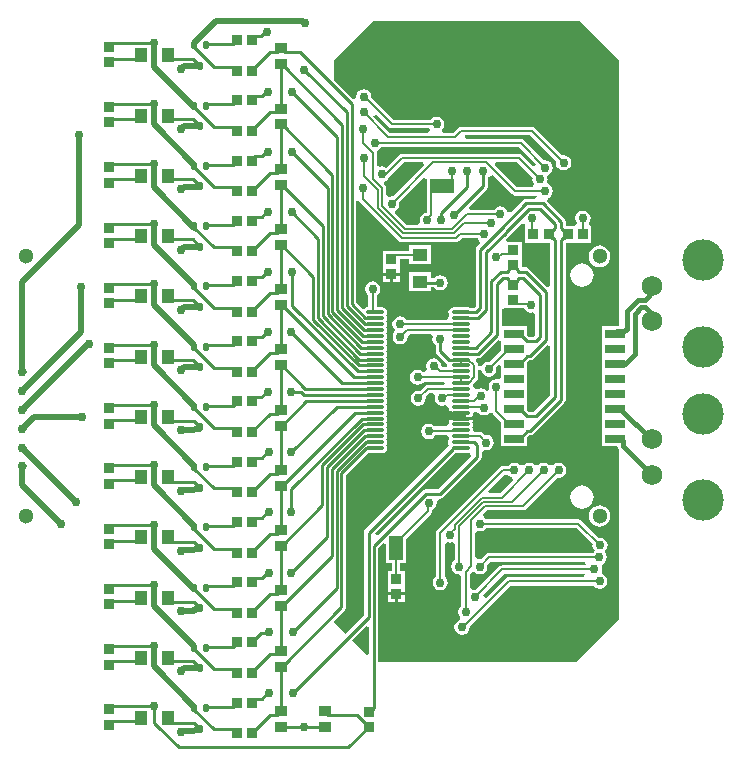
<source format=gbr>
%TF.GenerationSoftware,Altium Limited,Altium Designer,19.1.8 (144)*%
G04 Layer_Physical_Order=1*
G04 Layer_Color=255*
%FSLAX26Y26*%
%MOIN*%
%TF.FileFunction,Copper,L1,Top,Signal*%
%TF.Part,Single*%
G01*
G75*
%TA.AperFunction,SMDPad,CuDef*%
G04:AMPARAMS|DCode=10|XSize=19.685mil|YSize=29.528mil|CornerRadius=4.921mil|HoleSize=0mil|Usage=FLASHONLY|Rotation=0.000|XOffset=0mil|YOffset=0mil|HoleType=Round|Shape=RoundedRectangle|*
%AMROUNDEDRECTD10*
21,1,0.019685,0.019685,0,0,0.0*
21,1,0.009843,0.029528,0,0,0.0*
1,1,0.009842,0.004921,-0.009843*
1,1,0.009842,-0.004921,-0.009843*
1,1,0.009842,-0.004921,0.009843*
1,1,0.009842,0.004921,0.009843*
%
%ADD10ROUNDEDRECTD10*%
%ADD11R,0.033465X0.037402*%
%ADD12R,0.037402X0.033465*%
%ADD13R,0.065748X0.029921*%
%ADD14R,0.080709X0.045276*%
%ADD15R,0.051181X0.043307*%
%ADD16O,0.062992X0.013386*%
%ADD17R,0.045276X0.080709*%
%ADD18R,0.039370X0.035433*%
%ADD19R,0.043307X0.051181*%
%TA.AperFunction,Conductor*%
%ADD20C,0.008000*%
%ADD21C,0.010000*%
%ADD22C,0.020000*%
%ADD23C,0.015000*%
%TA.AperFunction,ComponentPad*%
%ADD24C,0.051181*%
%ADD25C,0.137795*%
%ADD26C,0.068898*%
%TA.AperFunction,ViaPad*%
%ADD27C,0.027559*%
%ADD28C,0.030000*%
G36*
X1408213Y2142467D02*
X1408213Y2142466D01*
X1412844Y2139372D01*
X1418306Y2138286D01*
X1418307Y2138286D01*
X1540273D01*
X1542941Y2134590D01*
X1537826Y2124590D01*
X1410931D01*
X1355047Y2180474D01*
X1355216Y2181320D01*
X1366073Y2184606D01*
X1408213Y2142467D01*
D02*
G37*
G36*
X1898258Y2018563D02*
X1898060Y2016380D01*
X1887678Y2012620D01*
X1850158Y2050141D01*
X1850158Y2050142D01*
X1845526Y2053236D01*
X1840064Y2054322D01*
X1840064Y2054322D01*
X1451464D01*
X1451464Y2054322D01*
X1446001Y2053236D01*
X1441370Y2050142D01*
X1441370Y2050141D01*
X1398829Y2007599D01*
X1395581Y2009770D01*
X1385826Y2011710D01*
X1377620Y2010078D01*
X1372676Y2012333D01*
X1367620Y2016149D01*
Y2056102D01*
X1370975Y2066017D01*
X1379244Y2071542D01*
X1381749Y2075292D01*
X1841529D01*
X1898258Y2018563D01*
D02*
G37*
G36*
X2173228Y2368110D02*
Y1479831D01*
X2168484D01*
X2166764Y1479489D01*
X2118150D01*
Y1429568D01*
X2118150D01*
Y1429488D01*
X2118150D01*
Y1379568D01*
X2118150D01*
Y1379488D01*
X2118150D01*
Y1329568D01*
X2118150D01*
Y1329488D01*
X2118150D01*
Y1279568D01*
X2118150D01*
Y1279488D01*
X2118150D01*
Y1229568D01*
X2118150D01*
Y1229488D01*
X2118150D01*
Y1179568D01*
X2118150D01*
Y1179488D01*
X2118150D01*
Y1129568D01*
X2118150D01*
Y1129488D01*
X2118150D01*
Y1079567D01*
X2168904D01*
X2169913Y1074492D01*
X2173228Y1069531D01*
Y502953D01*
X2031496Y361221D01*
X1371514D01*
Y739753D01*
X1389225Y757465D01*
X1398464Y753638D01*
Y689804D01*
X1416828D01*
Y664528D01*
X1403385D01*
Y611064D01*
Y591614D01*
X1432086D01*
X1460787D01*
Y611064D01*
Y664528D01*
X1445376D01*
Y689804D01*
X1463740D01*
Y770325D01*
X1548207Y854792D01*
X1548207Y854793D01*
X1551302Y859423D01*
X1552388Y864886D01*
Y866423D01*
X1560346Y871740D01*
X1565871Y880010D01*
X1567812Y889764D01*
X1566876Y894470D01*
X1573674Y904470D01*
X1577244D01*
X1583097Y905634D01*
X1588058Y908949D01*
X1712042Y1032931D01*
X1715358Y1037893D01*
X1716522Y1043746D01*
Y1060889D01*
X1726522Y1067192D01*
X1732284Y1066046D01*
X1742039Y1067986D01*
X1750308Y1073512D01*
X1755833Y1081782D01*
X1757774Y1091536D01*
X1755833Y1101291D01*
X1750308Y1109560D01*
X1742039Y1115085D01*
X1732284Y1117026D01*
X1727860Y1116146D01*
X1721708Y1122297D01*
X1721707Y1122297D01*
X1721707Y1122298D01*
X1717076Y1125392D01*
X1717076Y1125392D01*
X1717076Y1125392D01*
X1711613Y1126478D01*
X1711613Y1126478D01*
X1693902D01*
X1689461Y1131890D01*
X1688165Y1138403D01*
X1685941Y1141732D01*
X1688165Y1145061D01*
X1689461Y1151574D01*
X1688165Y1158087D01*
X1685940Y1161417D01*
X1688165Y1164747D01*
X1688466Y1166260D01*
X1680512D01*
X1678955Y1167300D01*
X1672441Y1168596D01*
X1647638D01*
X1622835D01*
X1616321Y1167300D01*
X1614764Y1166260D01*
X1606810D01*
X1607111Y1164747D01*
X1609335Y1161417D01*
X1607111Y1158087D01*
X1605815Y1151574D01*
X1596915Y1145058D01*
X1559294D01*
X1558378Y1146430D01*
X1550109Y1151956D01*
X1540354Y1153896D01*
X1530600Y1151956D01*
X1522330Y1146430D01*
X1516804Y1138160D01*
X1514864Y1128406D01*
X1516804Y1118651D01*
X1522330Y1110382D01*
X1530600Y1104857D01*
X1540354Y1102916D01*
X1550109Y1104857D01*
X1558378Y1110382D01*
X1562472Y1116510D01*
X1602281D01*
X1605815Y1112204D01*
X1607111Y1105691D01*
X1608974Y1102901D01*
X1605948Y1098373D01*
X1604784Y1092520D01*
X1605948Y1086667D01*
X1608975Y1082138D01*
X1607111Y1079347D01*
X1607097Y1079277D01*
X1329406Y801586D01*
X1326090Y796625D01*
X1324926Y790772D01*
Y515847D01*
X1262315Y453236D01*
X1223425Y492126D01*
Y496620D01*
X1260168Y533364D01*
X1263484Y538325D01*
X1264648Y544178D01*
Y983177D01*
X1337287Y1055814D01*
X1385039D01*
X1391552Y1057110D01*
X1397074Y1060799D01*
X1400763Y1066321D01*
X1402059Y1072834D01*
X1400763Y1079347D01*
X1398539Y1082677D01*
X1400763Y1086007D01*
X1402059Y1092520D01*
X1400763Y1099033D01*
X1398539Y1102362D01*
X1400763Y1105691D01*
X1402059Y1112204D01*
X1400763Y1118717D01*
X1398539Y1122047D01*
X1400763Y1125377D01*
X1402059Y1131890D01*
X1400763Y1138403D01*
X1398539Y1141732D01*
X1400763Y1145061D01*
X1402059Y1151574D01*
X1400763Y1158087D01*
X1398539Y1161417D01*
X1400763Y1164747D01*
X1402059Y1171260D01*
X1400763Y1177773D01*
X1398539Y1181102D01*
X1400763Y1184431D01*
X1402059Y1190944D01*
X1400763Y1197457D01*
X1398539Y1200787D01*
X1400763Y1204117D01*
X1402059Y1210630D01*
X1400763Y1217143D01*
X1398539Y1220473D01*
X1400763Y1223803D01*
X1402059Y1230316D01*
X1400763Y1236829D01*
X1398539Y1240158D01*
X1400763Y1243487D01*
X1402059Y1250000D01*
X1400763Y1256513D01*
X1398539Y1259843D01*
X1400763Y1263173D01*
X1402059Y1269686D01*
X1400763Y1276199D01*
X1398539Y1279528D01*
X1400763Y1282857D01*
X1402059Y1289370D01*
X1400763Y1295883D01*
X1398539Y1299213D01*
X1400763Y1302543D01*
X1402059Y1309056D01*
X1400763Y1315569D01*
X1398539Y1318898D01*
X1400763Y1322227D01*
X1402059Y1328740D01*
X1400763Y1335253D01*
X1398539Y1338583D01*
X1400763Y1341913D01*
X1402059Y1348426D01*
X1400763Y1354939D01*
X1398539Y1358268D01*
X1400763Y1361597D01*
X1402059Y1368110D01*
X1400763Y1374623D01*
X1398539Y1377953D01*
X1400763Y1381283D01*
X1402059Y1387796D01*
X1400763Y1394309D01*
X1398539Y1397638D01*
X1400763Y1400967D01*
X1402059Y1407480D01*
X1400763Y1413993D01*
X1398539Y1417323D01*
X1400763Y1420653D01*
X1402059Y1427166D01*
X1400763Y1433679D01*
X1398539Y1437008D01*
X1400763Y1440337D01*
X1402059Y1446850D01*
X1400763Y1453363D01*
X1398539Y1456693D01*
X1400763Y1460023D01*
X1402059Y1466536D01*
X1400763Y1473049D01*
X1398539Y1476378D01*
X1400763Y1479707D01*
X1402059Y1486220D01*
X1400763Y1492733D01*
X1398539Y1496063D01*
X1400763Y1499393D01*
X1402059Y1505906D01*
X1400763Y1512419D01*
X1398539Y1515748D01*
X1400763Y1519077D01*
X1402059Y1525590D01*
X1400763Y1532103D01*
X1397074Y1537625D01*
X1391552Y1541314D01*
X1385039Y1542610D01*
X1367620D01*
Y1582816D01*
X1371370Y1585322D01*
X1376896Y1593591D01*
X1378836Y1603346D01*
X1376896Y1613101D01*
X1371370Y1621370D01*
X1363101Y1626896D01*
X1353346Y1628836D01*
X1343591Y1626896D01*
X1335322Y1621370D01*
X1329796Y1613101D01*
X1327856Y1603346D01*
X1329796Y1593591D01*
X1335322Y1585322D01*
X1339072Y1582816D01*
Y1542610D01*
X1335433D01*
X1328920Y1541314D01*
X1323398Y1537625D01*
X1320235Y1537313D01*
X1298760Y1558789D01*
Y1894897D01*
X1301501Y1895906D01*
X1308760Y1896561D01*
X1310773Y1893549D01*
X1439722Y1764599D01*
X1439723Y1764599D01*
X1444353Y1761504D01*
X1449816Y1760418D01*
X1631220D01*
X1631220Y1760418D01*
X1631221Y1760418D01*
X1634704Y1761111D01*
X1636682Y1761504D01*
X1636683Y1761505D01*
X1636684Y1761505D01*
X1639008Y1763058D01*
X1641313Y1764599D01*
X1641314Y1764599D01*
X1641314Y1764599D01*
X1649841Y1773128D01*
X1702897D01*
X1705402Y1769378D01*
X1709391Y1766712D01*
X1711655Y1754834D01*
X1701886Y1745064D01*
X1698570Y1740103D01*
X1697406Y1734250D01*
Y1547271D01*
X1691335Y1541200D01*
X1679126D01*
X1678954Y1541314D01*
X1672441Y1542610D01*
X1622835D01*
X1616322Y1541314D01*
X1610800Y1537625D01*
X1607111Y1532103D01*
X1605815Y1525590D01*
X1607111Y1519077D01*
X1609335Y1515748D01*
X1607111Y1512419D01*
X1605815Y1505906D01*
X1601374Y1500494D01*
X1465411D01*
X1462906Y1504244D01*
X1454637Y1509770D01*
X1444882Y1511710D01*
X1435128Y1509770D01*
X1426858Y1504244D01*
X1421332Y1495975D01*
X1419392Y1486220D01*
X1421332Y1476466D01*
X1426858Y1468196D01*
X1425599Y1458565D01*
X1422316Y1453652D01*
X1420376Y1443898D01*
X1422316Y1434143D01*
X1427842Y1425874D01*
X1436111Y1420349D01*
X1445866Y1418408D01*
X1455620Y1420349D01*
X1463890Y1425874D01*
X1469416Y1434143D01*
X1471356Y1443898D01*
X1478954Y1452262D01*
X1546795D01*
X1553372Y1442262D01*
X1552342Y1437084D01*
X1554283Y1427330D01*
X1559808Y1419060D01*
X1563338Y1416701D01*
Y1396750D01*
X1564502Y1390898D01*
X1564502Y1390898D01*
X1564502Y1390897D01*
X1565834Y1388904D01*
X1567817Y1385936D01*
X1597439Y1356312D01*
X1597439Y1356312D01*
X1597440Y1356312D01*
X1599907Y1354663D01*
X1602401Y1352996D01*
X1602401Y1352996D01*
X1601333Y1343078D01*
X1591651Y1343172D01*
X1582576Y1346456D01*
X1580636Y1356210D01*
X1575110Y1364480D01*
X1566841Y1370005D01*
X1557086Y1371946D01*
X1547332Y1370005D01*
X1539062Y1364480D01*
X1533536Y1356210D01*
X1531596Y1346456D01*
X1533536Y1336701D01*
X1534103Y1335854D01*
X1529245Y1326591D01*
X1521458Y1326358D01*
X1520976Y1327080D01*
X1512707Y1332605D01*
X1502952Y1334546D01*
X1493197Y1332605D01*
X1484928Y1327080D01*
X1479402Y1318811D01*
X1477462Y1309056D01*
X1479402Y1299302D01*
X1484928Y1291032D01*
X1493197Y1285506D01*
X1502952Y1283566D01*
X1512707Y1285506D01*
X1520976Y1291032D01*
X1523482Y1294782D01*
X1592228D01*
X1595358Y1289367D01*
X1592235Y1283960D01*
X1536821D01*
X1536820Y1283960D01*
X1531358Y1282874D01*
X1526726Y1279780D01*
X1510329Y1263382D01*
X1505906Y1264262D01*
X1496151Y1262322D01*
X1487882Y1256796D01*
X1482357Y1248526D01*
X1480416Y1238772D01*
X1482357Y1229017D01*
X1487882Y1220748D01*
X1496151Y1215223D01*
X1505906Y1213282D01*
X1515660Y1215223D01*
X1523930Y1220748D01*
X1529456Y1229017D01*
X1531396Y1238772D01*
X1530516Y1243195D01*
X1542733Y1255412D01*
X1555168D01*
X1561059Y1245412D01*
X1559738Y1238772D01*
X1561678Y1229017D01*
X1567204Y1220748D01*
X1575474Y1215223D01*
X1585228Y1213282D01*
X1594983Y1215223D01*
X1596770Y1216417D01*
X1605815Y1210630D01*
X1607111Y1204117D01*
X1609335Y1200787D01*
X1607111Y1197457D01*
X1606810Y1195944D01*
X1614764D01*
X1616321Y1194904D01*
X1622835Y1193608D01*
X1647638D01*
Y1185944D01*
X1606810D01*
X1607111Y1184431D01*
X1609335Y1181102D01*
X1607111Y1177773D01*
X1606810Y1176260D01*
X1647638D01*
X1688466D01*
X1688165Y1177773D01*
X1685941Y1181102D01*
X1688165Y1184431D01*
X1689461Y1190944D01*
X1692390Y1194513D01*
X1702341Y1194235D01*
X1705402Y1189654D01*
X1713671Y1184129D01*
X1723426Y1182188D01*
X1733180Y1184129D01*
X1741450Y1189654D01*
X1742300Y1190926D01*
X1747554Y1190760D01*
X1753335Y1189442D01*
X1755655Y1185970D01*
X1782322Y1159303D01*
Y1129568D01*
X1782322Y1129568D01*
Y1129488D01*
X1782322D01*
X1782322Y1119567D01*
Y1079567D01*
X1868070D01*
Y1107859D01*
X1875271Y1115060D01*
X1877190D01*
X1883043Y1116224D01*
X1888004Y1119540D01*
X1992271Y1223808D01*
X1995586Y1228769D01*
X1996750Y1234622D01*
Y1756733D01*
X2080866D01*
Y1814135D01*
X2079175D01*
X2074548Y1824135D01*
X2077684Y1828828D01*
X2079624Y1838582D01*
X2077684Y1848336D01*
X2072158Y1856606D01*
X2063889Y1862131D01*
X2054134Y1864072D01*
X2044380Y1862131D01*
X2036110Y1856606D01*
X2030584Y1848336D01*
X2028644Y1838582D01*
X2030584Y1828828D01*
X2033720Y1824135D01*
X2029093Y1814135D01*
X1996750D01*
Y1827418D01*
X1995586Y1833271D01*
X1992270Y1838232D01*
X1935741Y1894762D01*
X1938889Y1905584D01*
X1947158Y1911110D01*
X1952684Y1919380D01*
X1954624Y1929134D01*
X1952684Y1938889D01*
X1947158Y1947158D01*
X1938889Y1952684D01*
X1935977Y1963459D01*
X1937000Y1968600D01*
X1936014Y1973557D01*
X1938889Y1984324D01*
X1947158Y1989850D01*
X1952684Y1998120D01*
X1954624Y2007874D01*
X1952684Y2017629D01*
X1947158Y2025898D01*
X1938889Y2031424D01*
X1929134Y2033364D01*
X1924711Y2032484D01*
X1857535Y2099660D01*
X1852905Y2102754D01*
X1847442Y2103840D01*
X1847441Y2103840D01*
X1666150D01*
X1660804Y2113840D01*
X1662012Y2115648D01*
X1878503D01*
X1965118Y2029033D01*
X1964238Y2024610D01*
X1966178Y2014856D01*
X1971704Y2006586D01*
X1979973Y2001061D01*
X1989728Y1999120D01*
X1999482Y2001061D01*
X2007752Y2006586D01*
X2013277Y2014856D01*
X2015218Y2024610D01*
X2013277Y2034365D01*
X2007752Y2042634D01*
X1999482Y2048160D01*
X1989728Y2050100D01*
X1985305Y2049220D01*
X1894509Y2140015D01*
X1889879Y2143110D01*
X1884416Y2144196D01*
X1884416Y2144196D01*
X1648909D01*
X1648908Y2144196D01*
X1643446Y2143110D01*
X1638814Y2140015D01*
X1638814Y2140015D01*
X1623389Y2124590D01*
X1588343D01*
X1585228Y2134536D01*
X1590754Y2142805D01*
X1592694Y2152560D01*
X1590754Y2162314D01*
X1585228Y2170584D01*
X1576958Y2176110D01*
X1567204Y2178050D01*
X1557449Y2176110D01*
X1549180Y2170584D01*
X1546675Y2166834D01*
X1424219D01*
X1348452Y2242601D01*
X1348816Y2244428D01*
X1346876Y2254182D01*
X1341350Y2262452D01*
X1333081Y2267977D01*
X1323326Y2269918D01*
X1313572Y2267977D01*
X1305302Y2262452D01*
X1299776Y2254182D01*
X1297836Y2244428D01*
X1298690Y2240137D01*
X1289474Y2235211D01*
X1223425Y2301260D01*
Y2368110D01*
X1353346Y2498031D01*
X2043307Y2498032D01*
X2173228Y2368110D01*
D02*
G37*
G36*
X1886900Y1973023D02*
X1886020Y1968600D01*
X1887960Y1958845D01*
X1891593Y1953408D01*
X1887934Y1944281D01*
X1887164Y1943408D01*
X1835311D01*
X1762184Y2016535D01*
X1766011Y2025774D01*
X1834151D01*
X1886900Y1973023D01*
D02*
G37*
G36*
X1525874Y2016535D02*
X1421745Y1912406D01*
X1417322Y1913286D01*
X1407890Y1911410D01*
X1407539Y1911362D01*
X1397890Y1916906D01*
Y1939006D01*
X1396804Y1944469D01*
X1393709Y1949100D01*
X1393709Y1949100D01*
X1391205Y1951604D01*
X1394496Y1962455D01*
X1395581Y1962670D01*
X1403850Y1968196D01*
X1409376Y1976466D01*
X1409700Y1978095D01*
X1457377Y2025774D01*
X1522047D01*
X1525874Y2016535D01*
D02*
G37*
G36*
X1819304Y1919041D02*
X1819304Y1919041D01*
X1823936Y1915946D01*
X1829398Y1914860D01*
X1829399Y1914860D01*
X1898897D01*
X1899568Y1913876D01*
X1894285Y1903876D01*
X1865116D01*
X1859263Y1902712D01*
X1854302Y1899396D01*
X1813169Y1858264D01*
X1802318Y1861555D01*
X1802093Y1862685D01*
X1796568Y1870954D01*
X1788299Y1876479D01*
X1778544Y1878420D01*
X1768790Y1876479D01*
X1760520Y1870954D01*
X1758014Y1867204D01*
X1677491D01*
X1673348Y1877204D01*
X1733255Y1937112D01*
X1736570Y1942073D01*
X1737734Y1947926D01*
Y1975230D01*
X1740464Y1977054D01*
X1743142Y1981061D01*
X1755013Y1983332D01*
X1819304Y1919041D01*
D02*
G37*
G36*
X1534292Y1970437D02*
Y1928606D01*
X1534018Y1927228D01*
X1534018Y1927227D01*
Y1856900D01*
X1525679Y1855242D01*
X1517410Y1849716D01*
X1511884Y1841447D01*
X1509944Y1831692D01*
X1510884Y1826966D01*
X1504095Y1816966D01*
X1467327D01*
X1429070Y1855223D01*
X1431340Y1867095D01*
X1435346Y1869772D01*
X1440871Y1878042D01*
X1442812Y1887796D01*
X1441932Y1892219D01*
X1524292Y1974579D01*
X1534292Y1970437D01*
D02*
G37*
G36*
X1859794Y1819205D02*
X1862307Y1814907D01*
X1862048Y1814135D01*
X1862048D01*
Y1756733D01*
X1946162D01*
Y1613543D01*
X1936162Y1609401D01*
X1874650Y1670912D01*
X1869689Y1674228D01*
X1863836Y1675392D01*
X1850551D01*
Y1706536D01*
Y1760000D01*
X1802505D01*
X1798363Y1770000D01*
X1807562Y1779200D01*
X1810878Y1784161D01*
X1810945Y1784498D01*
X1847267Y1820820D01*
X1859794Y1819205D01*
D02*
G37*
G36*
X1834581Y1539922D02*
X1834582Y1539922D01*
X1834582Y1539922D01*
X1857847D01*
X1862974Y1532248D01*
X1871244Y1526723D01*
X1880998Y1524782D01*
X1885704Y1525718D01*
X1895704Y1518920D01*
Y1448647D01*
X1890917Y1443860D01*
X1875405D01*
X1868070Y1451196D01*
Y1479489D01*
X1783994D01*
Y1538158D01*
X1793149Y1540198D01*
Y1540198D01*
X1833194D01*
X1834581Y1539922D01*
D02*
G37*
G36*
X1779562Y1430334D02*
X1782322Y1428203D01*
Y1399753D01*
X1743924Y1361355D01*
X1740158Y1362104D01*
X1730403Y1360164D01*
X1722134Y1354638D01*
X1717780Y1348122D01*
X1710658Y1346906D01*
X1706592Y1347273D01*
X1705408Y1349220D01*
X1704322Y1354682D01*
X1701227Y1359313D01*
X1698039Y1362502D01*
X1702181Y1372502D01*
X1706144D01*
X1711997Y1373666D01*
X1716958Y1376982D01*
X1772322Y1432345D01*
X1779562Y1430334D01*
D02*
G37*
G36*
X1782322Y1346313D02*
Y1329568D01*
X1782322D01*
Y1329488D01*
X1782322D01*
Y1307664D01*
X1772322Y1301742D01*
X1765748Y1303050D01*
X1755994Y1301110D01*
X1747724Y1295584D01*
X1742198Y1287314D01*
X1740258Y1277560D01*
X1742198Y1267806D01*
X1733861Y1262363D01*
X1731630Y1265702D01*
X1723361Y1271227D01*
X1713606Y1273168D01*
X1703851Y1271227D01*
X1699604Y1268389D01*
X1690533Y1271783D01*
X1687416Y1281735D01*
X1688165Y1282857D01*
X1688724Y1285662D01*
X1701227Y1298166D01*
X1701227Y1298167D01*
X1704322Y1302797D01*
X1705408Y1308260D01*
X1705408Y1308261D01*
Y1331908D01*
X1715408Y1332893D01*
X1716609Y1326860D01*
X1722134Y1318590D01*
X1730403Y1313064D01*
X1740158Y1311124D01*
X1749912Y1313064D01*
X1758182Y1318590D01*
X1763707Y1326860D01*
X1765648Y1336614D01*
X1764637Y1341694D01*
X1773083Y1350140D01*
X1782322Y1346313D01*
D02*
G37*
G36*
X1946162Y1413421D02*
Y1249241D01*
X1890887Y1193964D01*
X1875301D01*
X1868070Y1201196D01*
Y1229488D01*
X1868070D01*
Y1229568D01*
X1868070D01*
Y1269567D01*
X1868070Y1279488D01*
X1868070D01*
Y1279568D01*
X1868070D01*
Y1329488D01*
X1868070D01*
Y1329568D01*
X1868070D01*
Y1357859D01*
X1875405Y1365194D01*
X1877458D01*
X1883311Y1366358D01*
X1888272Y1369674D01*
X1936162Y1417563D01*
X1946162Y1413421D01*
D02*
G37*
G36*
X1677376Y1055666D02*
X1679768Y1043915D01*
X1570909Y935058D01*
X1529896D01*
X1524043Y933894D01*
X1519082Y930578D01*
X1371423Y782920D01*
X1360609Y786248D01*
X1360084Y789007D01*
X1626891Y1055814D01*
X1672441D01*
X1675934Y1056509D01*
X1677376Y1055666D01*
D02*
G37*
G36*
X1340926Y475524D02*
Y387691D01*
X1331687Y383864D01*
X1283944Y431607D01*
X1331687Y479350D01*
X1340926Y475524D01*
D02*
G37*
%LPC*%
G36*
X1546417Y1749174D02*
X1475236D01*
Y1730746D01*
X1428086D01*
X1428086Y1730746D01*
X1426708Y1730472D01*
X1386653D01*
Y1677008D01*
Y1657560D01*
X1415354D01*
X1444055D01*
Y1677008D01*
Y1702198D01*
X1475236D01*
Y1685867D01*
X1546417D01*
Y1749174D01*
D02*
G37*
G36*
X2110236Y1748496D02*
X2100945Y1747272D01*
X2092287Y1743686D01*
X2084853Y1737981D01*
X2079148Y1730547D01*
X2075562Y1721889D01*
X2074338Y1712598D01*
X2075562Y1703307D01*
X2079148Y1694649D01*
X2084853Y1687215D01*
X2092287Y1681510D01*
X2100945Y1677924D01*
X2110236Y1676700D01*
X2119527Y1677924D01*
X2128185Y1681510D01*
X2135619Y1687215D01*
X2141324Y1694649D01*
X2144910Y1703307D01*
X2146134Y1712598D01*
X2144910Y1721889D01*
X2141324Y1730547D01*
X2135619Y1737981D01*
X2128185Y1743686D01*
X2119527Y1747272D01*
X2110236Y1748496D01*
D02*
G37*
G36*
X1444055Y1647560D02*
X1420354D01*
Y1625828D01*
X1444055D01*
Y1647560D01*
D02*
G37*
G36*
X1410354D02*
X1386653D01*
Y1625828D01*
X1410354D01*
Y1647560D01*
D02*
G37*
G36*
X2051182Y1688482D02*
X2041120Y1687157D01*
X2031744Y1683274D01*
X2023693Y1677095D01*
X2017514Y1669044D01*
X2013631Y1659668D01*
X2012306Y1649606D01*
X2013631Y1639544D01*
X2017514Y1630168D01*
X2023693Y1622117D01*
X2031744Y1615938D01*
X2041120Y1612055D01*
X2051182Y1610730D01*
X2061244Y1612055D01*
X2070620Y1615938D01*
X2078671Y1622117D01*
X2084849Y1630168D01*
X2088733Y1639544D01*
X2090058Y1649606D01*
X2088733Y1659668D01*
X2084849Y1669044D01*
X2078671Y1677095D01*
X2070620Y1683274D01*
X2061244Y1687157D01*
X2051182Y1688482D01*
D02*
G37*
G36*
X1546417Y1658621D02*
X1475236D01*
Y1595314D01*
X1546417D01*
Y1608722D01*
X1558892D01*
X1560716Y1605992D01*
X1568986Y1600466D01*
X1578740Y1598526D01*
X1588495Y1600466D01*
X1596764Y1605992D01*
X1602290Y1614262D01*
X1604230Y1624016D01*
X1602290Y1633771D01*
X1596764Y1642040D01*
X1588495Y1647565D01*
X1578740Y1649506D01*
X1568986Y1647565D01*
X1560716Y1642040D01*
X1558892Y1639310D01*
X1546417D01*
Y1658621D01*
D02*
G37*
G36*
X1973426Y1024506D02*
X1963671Y1022566D01*
X1955402Y1017040D01*
X1954832Y1016188D01*
X1942805D01*
X1942236Y1017040D01*
X1933966Y1022566D01*
X1924212Y1024506D01*
X1914457Y1022566D01*
X1906188Y1017040D01*
X1905620Y1016189D01*
X1893592D01*
X1893024Y1017040D01*
X1884755Y1022566D01*
X1875000Y1024506D01*
X1865245Y1022566D01*
X1856976Y1017040D01*
X1856408Y1016189D01*
X1844380D01*
X1843812Y1017040D01*
X1835543Y1022566D01*
X1825788Y1024506D01*
X1816034Y1022566D01*
X1807764Y1017040D01*
X1805258Y1013290D01*
X1786745D01*
X1786744Y1013290D01*
X1781282Y1012204D01*
X1776650Y1009110D01*
X1776650Y1009109D01*
X1568647Y801106D01*
X1565552Y796475D01*
X1564466Y791012D01*
X1564466Y791011D01*
Y645293D01*
X1560716Y642788D01*
X1555190Y634519D01*
X1553250Y624764D01*
X1555190Y615010D01*
X1560716Y606740D01*
X1568986Y601215D01*
X1578740Y599274D01*
X1588495Y601215D01*
X1596764Y606740D01*
X1602290Y615010D01*
X1604230Y624764D01*
X1602290Y634519D01*
X1596764Y642788D01*
X1593014Y645293D01*
Y754192D01*
X1602287Y759816D01*
X1603014Y759802D01*
X1612204Y757974D01*
X1616930Y758914D01*
X1626930Y752125D01*
Y699642D01*
X1621740Y696174D01*
X1616215Y687904D01*
X1614274Y678150D01*
X1616215Y668395D01*
X1621740Y660126D01*
X1630009Y654601D01*
X1639764Y652660D01*
X1641381Y652982D01*
X1649112Y646638D01*
Y547104D01*
X1645362Y544598D01*
X1639836Y536328D01*
X1637896Y526574D01*
X1639836Y516819D01*
X1644599Y509692D01*
X1643595Y503758D01*
X1641819Y498943D01*
X1633550Y493418D01*
X1628024Y485149D01*
X1626084Y475394D01*
X1628024Y465639D01*
X1633550Y457370D01*
X1641820Y451844D01*
X1651574Y449904D01*
X1661329Y451844D01*
X1669598Y457370D01*
X1675123Y465639D01*
X1677064Y475394D01*
X1676456Y478447D01*
X1812703Y614694D01*
X2089811D01*
X2092316Y610944D01*
X2100586Y605418D01*
X2110340Y603478D01*
X2120095Y605418D01*
X2128364Y610944D01*
X2133890Y619213D01*
X2135830Y628968D01*
X2133890Y638722D01*
X2128364Y646992D01*
X2122894Y650647D01*
X2119505Y654649D01*
X2117111Y663307D01*
X2118112Y668340D01*
X2116811Y674878D01*
X2118104Y681246D01*
X2121927Y687480D01*
X2127238Y691028D01*
X2132764Y699298D01*
X2134704Y709052D01*
X2132764Y718807D01*
X2127238Y727076D01*
X2132427Y735636D01*
X2134874Y739298D01*
X2136814Y749052D01*
X2134874Y758807D01*
X2129348Y767076D01*
X2121079Y772601D01*
X2111324Y774542D01*
X2106901Y773662D01*
X2049604Y830960D01*
X2044973Y834054D01*
X2039510Y835140D01*
X2039509Y835140D01*
X1731159D01*
X1728654Y838890D01*
X1724648Y841567D01*
X1722378Y853439D01*
X1734429Y865490D01*
X1854174D01*
X1854174Y865490D01*
X1859637Y866576D01*
X1864267Y869670D01*
X1969003Y974406D01*
X1973426Y973526D01*
X1983180Y975466D01*
X1991450Y980992D01*
X1996976Y989261D01*
X1998916Y999016D01*
X1996976Y1008770D01*
X1991450Y1017040D01*
X1983180Y1022566D01*
X1973426Y1024506D01*
D02*
G37*
G36*
X2051182Y948324D02*
X2041120Y946999D01*
X2031744Y943115D01*
X2023693Y936937D01*
X2017514Y928886D01*
X2013631Y919510D01*
X2012306Y909448D01*
X2013631Y899386D01*
X2017514Y890010D01*
X2023693Y881959D01*
X2031744Y875780D01*
X2041120Y871897D01*
X2051182Y870572D01*
X2061244Y871897D01*
X2070620Y875780D01*
X2078671Y881959D01*
X2084849Y890010D01*
X2088733Y899386D01*
X2090058Y909448D01*
X2088733Y919510D01*
X2084849Y928886D01*
X2078671Y936937D01*
X2070620Y943115D01*
X2061244Y946999D01*
X2051182Y948324D01*
D02*
G37*
G36*
X2110236Y882354D02*
X2100945Y881130D01*
X2092287Y877544D01*
X2084853Y871839D01*
X2079148Y864405D01*
X2075562Y855747D01*
X2074338Y846456D01*
X2075562Y837165D01*
X2079148Y828507D01*
X2084853Y821073D01*
X2092287Y815368D01*
X2100945Y811782D01*
X2110236Y810558D01*
X2119527Y811782D01*
X2128185Y815368D01*
X2135619Y821073D01*
X2141324Y828507D01*
X2144910Y837165D01*
X2146134Y846456D01*
X2144910Y855747D01*
X2141324Y864405D01*
X2135619Y871839D01*
X2128185Y877544D01*
X2119527Y881130D01*
X2110236Y882354D01*
D02*
G37*
G36*
X1460787Y581614D02*
X1437086D01*
Y559882D01*
X1460787D01*
Y581614D01*
D02*
G37*
G36*
X1427086D02*
X1403385D01*
Y559882D01*
X1427086D01*
Y581614D01*
D02*
G37*
%LPD*%
G36*
X1807764Y980992D02*
X1816034Y975466D01*
X1816941Y975286D01*
X1820232Y964435D01*
X1777835Y922038D01*
X1743019D01*
X1739192Y931277D01*
X1792657Y984742D01*
X1805258D01*
X1807764Y980992D01*
D02*
G37*
G36*
X2086714Y753475D02*
X2085834Y749052D01*
X2087774Y739298D01*
X2092943Y731562D01*
X2090703Y727675D01*
X2087335Y723326D01*
X1742516D01*
X1742516Y723326D01*
X1737053Y722240D01*
X1732422Y719145D01*
X1732422Y719145D01*
X1715053Y701776D01*
X1710630Y702656D01*
X1705904Y701716D01*
X1695904Y708505D01*
Y789527D01*
X1705904Y796316D01*
X1710630Y795376D01*
X1720384Y797317D01*
X1728654Y802842D01*
X1731159Y806592D01*
X2033597D01*
X2086714Y753475D01*
D02*
G37*
G36*
X2062088Y693728D02*
X2065860Y684778D01*
X2063748Y682614D01*
X1785466D01*
X1785466Y682614D01*
X1780004Y681528D01*
X1775372Y678433D01*
X1775372Y678433D01*
X1697337Y600398D01*
X1692914Y601278D01*
X1687660Y600233D01*
X1677660Y606774D01*
Y652427D01*
X1685595Y659832D01*
X1692606Y659142D01*
X1700876Y653616D01*
X1710630Y651676D01*
X1720384Y653616D01*
X1728654Y659142D01*
X1734179Y667412D01*
X1736120Y677166D01*
X1735240Y681589D01*
X1748429Y694778D01*
X2060770D01*
X2062088Y693728D01*
D02*
G37*
G36*
X2062729Y653242D02*
X2057399Y643242D01*
X1806790D01*
X1801327Y642156D01*
X1796697Y639062D01*
X1796696Y639061D01*
X1732379Y574743D01*
X1721778Y578285D01*
X1721011Y583698D01*
X1791379Y654066D01*
X2062176D01*
X2062729Y653242D01*
D02*
G37*
D10*
X798682Y1411024D02*
D03*
X759312D02*
D03*
X778996Y1342914D02*
D03*
Y2346850D02*
D03*
X759312Y2414960D02*
D03*
X798682D02*
D03*
X778996Y2146064D02*
D03*
X759312Y2214174D02*
D03*
X798682D02*
D03*
X778996Y1945276D02*
D03*
X759312Y2013386D02*
D03*
X798682D02*
D03*
X778996Y1744488D02*
D03*
X759312Y1812598D02*
D03*
X798682D02*
D03*
X778996Y1543700D02*
D03*
X759312Y1611812D02*
D03*
X798682D02*
D03*
X778996Y1142126D02*
D03*
X759312Y1210236D02*
D03*
X798682D02*
D03*
X778996Y941338D02*
D03*
X759312Y1009448D02*
D03*
X798682D02*
D03*
X778996Y740552D02*
D03*
X759312Y808662D02*
D03*
X798682D02*
D03*
X778996Y539764D02*
D03*
X759312Y607874D02*
D03*
X798682D02*
D03*
X778996Y338976D02*
D03*
X759312Y407086D02*
D03*
X798682D02*
D03*
X778996Y138190D02*
D03*
X759312Y206300D02*
D03*
X798682D02*
D03*
D11*
X2002952Y1785434D02*
D03*
X2054134D02*
D03*
X1939960D02*
D03*
X1888780D02*
D03*
X899606Y2433070D02*
D03*
X950788D02*
D03*
X899606Y2330708D02*
D03*
X950788D02*
D03*
X899606Y2232284D02*
D03*
X950788D02*
D03*
X899606Y2129922D02*
D03*
X950788D02*
D03*
X899606Y2031496D02*
D03*
X950788D02*
D03*
X899606Y1929134D02*
D03*
X950788D02*
D03*
X899606Y1830708D02*
D03*
X950788D02*
D03*
X899606Y1728346D02*
D03*
X950788D02*
D03*
X899606Y1629922D02*
D03*
X950788D02*
D03*
X899606Y1527560D02*
D03*
X950788D02*
D03*
X899606Y1429134D02*
D03*
X950788D02*
D03*
X899606Y1326772D02*
D03*
X950788D02*
D03*
X899606Y1125984D02*
D03*
X950788D02*
D03*
X899606Y1228346D02*
D03*
X950788D02*
D03*
X899606Y1027560D02*
D03*
X950788D02*
D03*
X899606Y925196D02*
D03*
X950788D02*
D03*
X899606Y826772D02*
D03*
X950788D02*
D03*
X899606Y724410D02*
D03*
X950788D02*
D03*
X899606Y625984D02*
D03*
X950788D02*
D03*
X899606Y523622D02*
D03*
X950788D02*
D03*
X899606Y425196D02*
D03*
X950788D02*
D03*
X899606Y322834D02*
D03*
X950788D02*
D03*
X899606Y224410D02*
D03*
X950788D02*
D03*
X899606Y122048D02*
D03*
X950788D02*
D03*
D12*
X1821850Y1682086D02*
D03*
Y1733268D02*
D03*
Y1618110D02*
D03*
Y1566930D02*
D03*
X1415354Y1652560D02*
D03*
Y1703740D02*
D03*
X1432086Y586614D02*
D03*
Y637796D02*
D03*
X1342520Y143700D02*
D03*
Y194882D02*
D03*
X472894Y201772D02*
D03*
Y150590D02*
D03*
Y402560D02*
D03*
Y351378D02*
D03*
Y603346D02*
D03*
Y552166D02*
D03*
Y804134D02*
D03*
Y752952D02*
D03*
Y1004922D02*
D03*
Y953740D02*
D03*
Y1205708D02*
D03*
Y1154528D02*
D03*
Y1406496D02*
D03*
Y1355316D02*
D03*
Y1607284D02*
D03*
Y1556102D02*
D03*
Y1808070D02*
D03*
Y1756890D02*
D03*
Y2008858D02*
D03*
Y1957678D02*
D03*
Y2209646D02*
D03*
Y2158464D02*
D03*
Y2410434D02*
D03*
Y2359252D02*
D03*
D13*
X1825196Y1204528D02*
D03*
Y1454528D02*
D03*
X2161024D02*
D03*
X1825196Y1104528D02*
D03*
Y1154528D02*
D03*
Y1254528D02*
D03*
Y1304528D02*
D03*
Y1354528D02*
D03*
Y1404528D02*
D03*
X2161024D02*
D03*
Y1354528D02*
D03*
Y1304528D02*
D03*
Y1254528D02*
D03*
Y1204528D02*
D03*
Y1154528D02*
D03*
Y1104528D02*
D03*
D14*
X1584646Y1945866D02*
D03*
D15*
X1510826Y1717520D02*
D03*
Y1626968D02*
D03*
D16*
X1647638Y1407480D02*
D03*
X1360236Y1525590D02*
D03*
Y1505906D02*
D03*
Y1486220D02*
D03*
Y1466536D02*
D03*
Y1446850D02*
D03*
Y1427166D02*
D03*
Y1407480D02*
D03*
Y1387796D02*
D03*
Y1368110D02*
D03*
Y1348426D02*
D03*
Y1328740D02*
D03*
Y1309056D02*
D03*
Y1289370D02*
D03*
Y1269686D02*
D03*
Y1250000D02*
D03*
Y1230316D02*
D03*
Y1210630D02*
D03*
Y1190944D02*
D03*
Y1171260D02*
D03*
Y1151574D02*
D03*
Y1131890D02*
D03*
Y1112204D02*
D03*
Y1092520D02*
D03*
Y1072834D02*
D03*
X1647638Y1525590D02*
D03*
Y1505906D02*
D03*
Y1486220D02*
D03*
Y1466536D02*
D03*
Y1446850D02*
D03*
Y1427166D02*
D03*
Y1387796D02*
D03*
Y1368110D02*
D03*
Y1348426D02*
D03*
Y1328740D02*
D03*
Y1309056D02*
D03*
Y1289370D02*
D03*
Y1269686D02*
D03*
Y1250000D02*
D03*
Y1230316D02*
D03*
Y1210630D02*
D03*
Y1190944D02*
D03*
Y1171260D02*
D03*
Y1151574D02*
D03*
Y1131890D02*
D03*
Y1112204D02*
D03*
Y1092520D02*
D03*
Y1072834D02*
D03*
D17*
X1431102Y740158D02*
D03*
D18*
X1192914Y195866D02*
D03*
Y142716D02*
D03*
X1047696Y143700D02*
D03*
Y196850D02*
D03*
Y344488D02*
D03*
Y397638D02*
D03*
Y545276D02*
D03*
Y598426D02*
D03*
Y746064D02*
D03*
Y799212D02*
D03*
Y946850D02*
D03*
Y1000000D02*
D03*
Y1147638D02*
D03*
Y1200788D02*
D03*
Y1348426D02*
D03*
Y1401574D02*
D03*
Y1549212D02*
D03*
Y1602362D02*
D03*
Y1750000D02*
D03*
Y1803150D02*
D03*
Y1950788D02*
D03*
Y2003938D02*
D03*
Y2151574D02*
D03*
Y2204724D02*
D03*
Y2352362D02*
D03*
Y2405512D02*
D03*
D19*
X581162Y2381890D02*
D03*
X671712D02*
D03*
X581162Y2181102D02*
D03*
X671712D02*
D03*
X581162Y1980316D02*
D03*
X671712D02*
D03*
X581162Y1779528D02*
D03*
X671712D02*
D03*
X581162Y1578740D02*
D03*
X671712D02*
D03*
X581162Y1377952D02*
D03*
X671712D02*
D03*
X581162Y1177166D02*
D03*
X671712D02*
D03*
X581162Y976378D02*
D03*
X671712D02*
D03*
X581162Y775590D02*
D03*
X671712D02*
D03*
X581162Y574804D02*
D03*
X671712D02*
D03*
X581162Y374016D02*
D03*
X671712D02*
D03*
X581162Y173228D02*
D03*
X671712D02*
D03*
D20*
X1323326Y2244428D02*
X1326438D01*
X1418306Y2152560D01*
X1567204D01*
X1629302Y2110316D02*
X1648908Y2129922D01*
X1405018Y2110316D02*
X1629302D01*
X1323326Y2192008D02*
X1405018Y2110316D01*
X1648908Y2129922D02*
X1884416D01*
X1989728Y2024610D01*
X1566930Y1945866D02*
X1619094D01*
Y1997048D01*
X1431102Y638780D02*
Y757874D01*
X1647638Y1290574D02*
X1673448D01*
X1354496Y1527110D02*
X1360236D01*
X1786744Y999016D02*
X1825788D01*
X1785466Y668340D02*
X2092622D01*
X1385826Y1986220D02*
X1397638D01*
X1451464Y2040048D01*
X1361220Y2089566D02*
X1847442D01*
X1929134Y2007874D01*
X1353346Y1969276D02*
Y2056102D01*
X1321062Y2088386D02*
X1353346Y2056102D01*
X1321062Y2088386D02*
Y2135630D01*
X1383616Y1880490D02*
Y1939006D01*
X1353346Y1969276D02*
X1383616Y1939006D01*
X1323326Y1979496D02*
X1369616Y1933206D01*
X1323326Y1979496D02*
Y2038878D01*
X1369616Y1874690D02*
Y1933206D01*
X1320866Y1903642D02*
X1449816Y1774692D01*
X1320866Y1903642D02*
Y1940944D01*
X1647638Y1367126D02*
Y1368110D01*
Y1348426D02*
Y1367126D01*
X1765748Y1708662D02*
X1771702D01*
X1538114Y885554D02*
X1542322Y889764D01*
X1538114Y864886D02*
Y885554D01*
X1721578Y1209524D02*
X1723426Y1207678D01*
X1585228Y1238772D02*
X1591182D01*
X1540354Y1128406D02*
X1542732Y1130784D01*
X1535434Y1831692D02*
Y1837646D01*
X1548292Y1850504D01*
X1641204Y812252D02*
X1722716Y893764D01*
X1818960D02*
X1924212Y999016D01*
X1722716Y893764D02*
X1818960D01*
X1455614Y1788692D02*
X1624020D01*
X1369616Y1874690D02*
X1455614Y1788692D01*
X1461414Y1802692D02*
X1618220D01*
X1451464Y2040048D02*
X1840064D01*
X1657178Y1821850D02*
X1749016D01*
X1691942Y1231158D02*
X1708460Y1247678D01*
X1627204Y818050D02*
X1716918Y907764D01*
X1783748D01*
X1875000Y999016D01*
X1681630Y832878D02*
X1728516Y879764D01*
X1854174D02*
X1973426Y999016D01*
X1641204Y679590D02*
Y812252D01*
X1383616Y1880490D02*
X1461414Y1802692D01*
X1742516Y709052D02*
X2109214D01*
X1415354Y1703740D02*
X1428086Y1716472D01*
X1509780D01*
X1510826Y1717520D01*
X1548292Y1927228D02*
X1566930Y1945866D01*
X1542732Y1130784D02*
X1646532D01*
X1647638Y1131890D01*
X1502952Y1309056D02*
X1647638D01*
X1557086Y1346456D02*
X1559838D01*
X1536820Y1269686D02*
X1647638D01*
X1591182Y1238772D02*
X1602410Y1250000D01*
X1647638D01*
X1577554Y1328740D02*
X1647638D01*
X1559838Y1346456D02*
X1577554Y1328740D01*
X1691134Y1308260D02*
Y1349220D01*
X1618220Y1802692D02*
X1668458Y1852930D01*
X1631220Y1774692D02*
X1643928Y1787402D01*
X1449816Y1774692D02*
X1631220D01*
X1548292Y1850504D02*
Y1927228D01*
X1668458Y1852930D02*
X1778544D01*
X1624020Y1788692D02*
X1657178Y1821850D01*
X1643928Y1787402D02*
X1723426D01*
X1829398Y1929134D02*
X1929134D01*
X1555574Y2026048D02*
X1732484D01*
X1829398Y1929134D01*
X1417322Y1887796D02*
X1555574Y2026048D01*
X1840064Y2040048D02*
X1911510Y1968600D01*
X1647638Y1210630D02*
X1648744Y1209524D01*
X1765748Y1196064D02*
Y1277560D01*
Y1196064D02*
X1807284Y1154528D01*
X1648744Y1209524D02*
X1721578D01*
X1681630Y679004D02*
Y832878D01*
X1663386Y660760D02*
X1681630Y679004D01*
X1663386Y526574D02*
Y660760D01*
X1692914Y575788D02*
X1785466Y668340D01*
X1710630Y677166D02*
X1742516Y709052D01*
X1728516Y879764D02*
X1854174D01*
X1648482Y1231158D02*
X1691942D01*
X1708460Y1247678D02*
X1713606D01*
X1807284Y1404528D02*
X1825196D01*
X1353346Y1528260D02*
Y1603346D01*
Y1528260D02*
X1354496Y1527110D01*
X1885826Y1788386D02*
X1888780Y1785434D01*
X1885826Y1788386D02*
Y1838582D01*
X1740158Y1337402D02*
X1807284Y1404528D01*
X1740158Y1336614D02*
Y1337402D01*
X1807284Y1154528D02*
X1825196D01*
X1647638Y1230316D02*
X1648482Y1231158D01*
X1647638Y1290574D02*
Y1309056D01*
X1673448Y1290574D02*
X1691134Y1308260D01*
X1672244Y1368110D02*
X1691134Y1349220D01*
X1647638Y1368110D02*
X1672244D01*
X1444882Y1486220D02*
X1647638D01*
X1445866Y1443898D02*
X1468504Y1466536D01*
X1647638D01*
X1431102Y638780D02*
X1432086Y637796D01*
X1431102Y757874D02*
X1538114Y864886D01*
X1578740Y791012D02*
X1786744Y999016D01*
X1612204Y789418D02*
X1627204Y804418D01*
X1612204Y783464D02*
Y789418D01*
X1627204Y804418D02*
Y818050D01*
X1578740Y624764D02*
Y791012D01*
X1505906Y1238772D02*
X1536820Y1269686D01*
X2039510Y820866D02*
X2111324Y749052D01*
X1710630Y820866D02*
X2039510D01*
X1639764Y678150D02*
X1641204Y679590D01*
X1651574Y475394D02*
X1653216D01*
X1806790Y628968D01*
X1711614Y1112204D02*
X1732284Y1091536D01*
X1647638Y1112204D02*
X1711614D01*
X1806790Y628968D02*
X2110340D01*
X1771702Y1708662D02*
X1783576Y1720536D01*
X2054134Y1785434D02*
Y1838582D01*
X1877072Y1554196D02*
X1880998Y1550272D01*
X1834582Y1554196D02*
X1877072D01*
X1821850Y1566930D02*
X1834582Y1554196D01*
X1809118Y1720536D02*
X1821850Y1733268D01*
X1783576Y1720536D02*
X1809118D01*
D21*
X900060Y2321850D02*
Y2332224D01*
X1544284Y919764D02*
X1577244D01*
X900060Y2431556D02*
Y2439960D01*
Y2230768D02*
Y2239174D01*
Y2029980D02*
Y2038386D01*
Y1829194D02*
Y1837598D01*
Y1628406D02*
Y1636812D01*
Y1427618D02*
Y1436024D01*
Y1226830D02*
Y1235236D01*
Y1026044D02*
Y1034448D01*
Y825256D02*
Y833662D01*
Y624468D02*
Y632874D01*
Y423682D02*
Y432086D01*
Y222894D02*
Y231300D01*
X1608254Y1367126D02*
X1647638D01*
X1123032Y144686D02*
X1124016Y143700D01*
X1125000Y144686D01*
X900060Y1920276D02*
Y1930650D01*
Y1518700D02*
Y1529074D01*
Y1117126D02*
Y1127500D01*
Y715552D02*
Y725926D01*
Y313976D02*
Y324350D01*
X706354Y75788D02*
X1272638D01*
X639060Y143082D02*
X706354Y75788D01*
X639060Y143082D02*
Y143270D01*
X624232Y158098D02*
X639060Y143270D01*
X1272638Y75788D02*
X1340552Y143700D01*
X759312Y2414960D02*
Y2419882D01*
Y2410040D02*
Y2414960D01*
X1578632Y1396750D02*
X1608254Y1367126D01*
X1578632Y1396750D02*
Y1436286D01*
X1821850Y1682086D02*
X1823818D01*
X1819882D02*
X1821850D01*
X1869070Y1380488D02*
X1877458D01*
X1869070Y1428566D02*
X1897252D01*
X1910998Y1442312D01*
X1821850Y1618110D02*
X1823818D01*
X1819882D02*
X1821850D01*
X2002952Y1785434D02*
Y1787402D01*
Y1783464D02*
Y1785434D01*
X1868936Y1130354D02*
X1877190D01*
X1868936Y1178670D02*
X1897222D01*
X1961456Y1242906D01*
Y1765874D01*
X1939960Y1785434D02*
Y1787402D01*
Y1783464D02*
Y1785434D01*
X1868936Y1178670D02*
Y1178700D01*
X1843110Y1204528D02*
X1868936Y1178700D01*
X1577244Y919764D02*
X1701228Y1043746D01*
Y1082238D01*
X1691134Y1092330D02*
X1701228Y1082238D01*
X1647826Y1092330D02*
X1691134D01*
X1647638Y1092520D02*
X1647826Y1092330D01*
X1529896Y919764D02*
X1544284D01*
X1329292Y1506628D02*
X1359514D01*
X1283466Y1552454D02*
X1329292Y1506628D01*
X1283466Y1552454D02*
Y2219590D01*
X1326350Y1486944D02*
X1359514D01*
X1267466Y1545828D02*
X1326350Y1486944D01*
X1267466Y1545828D02*
Y2193164D01*
X1324130Y1466536D02*
X1332678D01*
X1251466Y1539200D02*
X1324130Y1466536D01*
X1251466Y1539200D02*
Y2150562D01*
X1321188Y1446850D02*
X1332678D01*
X1235466Y1532572D02*
X1321188Y1446850D01*
X1235466Y1532572D02*
Y2109022D01*
X1318246Y1427166D02*
X1332678D01*
X1219466Y1525944D02*
X1318246Y1427166D01*
X1219466Y1525944D02*
Y1981774D01*
X1315304Y1407480D02*
X1332678D01*
X1203466Y1519318D02*
X1315304Y1407480D01*
X1203466Y1519318D02*
Y1940234D01*
X1312362Y1387796D02*
X1332678D01*
X1187466Y1512690D02*
X1312362Y1387796D01*
X1187466Y1512690D02*
Y1812986D01*
X1309418Y1368110D02*
X1332678D01*
X1171466Y1506062D02*
X1309418Y1368110D01*
X1171466Y1506062D02*
Y1771448D01*
X1306476Y1348426D02*
X1332678D01*
X1155466Y1499436D02*
X1306476Y1348426D01*
X1155466Y1499436D02*
Y1644200D01*
X1303534Y1328740D02*
X1332678D01*
X1084646Y1547628D02*
X1303534Y1328740D01*
X1084646Y1547628D02*
Y1659448D01*
X1669292Y1944882D02*
Y1996064D01*
X1579724Y1855314D02*
X1669292Y1944882D01*
X1579724Y1831692D02*
Y1855314D01*
X1217354Y712964D02*
Y1002766D01*
X1323850Y1131890D02*
X1332678D01*
X1185354Y1016022D02*
X1320908Y1151574D01*
X1049666Y1750000D02*
X1155466Y1644200D01*
X1779866Y1660098D02*
X1802292D01*
X754484Y1568214D02*
X769232Y1553464D01*
X754484Y1769000D02*
X769232Y1754252D01*
X754484Y2170576D02*
X769232Y2155826D01*
X754484Y2371362D02*
X769232Y2356614D01*
X754484Y1969788D02*
X769232Y1955040D01*
X754484Y1367426D02*
X769232Y1352678D01*
X759232Y1161890D02*
X769232Y1151890D01*
X754484Y363488D02*
X769232Y348740D01*
X1004048Y456804D02*
X1007874Y460630D01*
X759232Y961102D02*
X769232Y951102D01*
X1002462Y1059056D02*
X1007874D01*
X984666Y1041260D02*
X1002462Y1059056D01*
X962520Y1041260D02*
X984666D01*
X1002462Y858268D02*
X1007874D01*
X984666Y840472D02*
X1002462Y858268D01*
X962520Y840472D02*
X984666D01*
X1000494Y1259842D02*
X1005906D01*
X982698Y1242048D02*
X1000494Y1259842D01*
X1002462Y255906D02*
X1007874D01*
X984666Y238110D02*
X1002462Y255906D01*
X962520Y238110D02*
X984666D01*
X759232Y760316D02*
X769232Y750316D01*
X1825196Y1454528D02*
X1843110D01*
X1869070Y1428566D01*
X1825196Y1354528D02*
X1843110D01*
X1869070Y1380488D01*
X1877458D02*
X1930998Y1434028D01*
X1788150Y1640098D02*
X1802292D01*
X1808150Y1670354D02*
X1819882Y1682086D01*
X1808150Y1665956D02*
Y1670354D01*
X1577832Y1437084D02*
X1578632Y1436286D01*
X1000494Y1458662D02*
X1005906D01*
X984666Y1442834D02*
X1000494Y1458662D01*
X962520Y1442834D02*
X984666D01*
X1000494Y1659448D02*
X1005906D01*
X984666Y1643622D02*
X1000494Y1659448D01*
X962520Y1643622D02*
X984666D01*
X998524Y1858268D02*
X1003936D01*
X984666Y1844410D02*
X998524Y1858268D01*
X962520Y1844410D02*
X984666D01*
X998524Y2059056D02*
X1003936D01*
X984666Y2045196D02*
X998524Y2059056D01*
X962520Y2045196D02*
X984666D01*
X759232Y559528D02*
X769232Y549528D01*
X998524Y2259842D02*
X1003936D01*
X984666Y2245984D02*
X998524Y2259842D01*
X962520Y2245984D02*
X984666D01*
X1002462Y657480D02*
X1007874D01*
X984666Y639686D02*
X1002462Y657480D01*
X962520Y639686D02*
X984666D01*
X759232Y157952D02*
X769232Y147952D01*
X1048682Y144686D02*
X1123032D01*
X1125000D02*
X1190944D01*
X1201354Y1009394D02*
X1323850Y1131890D01*
X1201354Y776158D02*
Y1009394D01*
X1082678Y657480D02*
X1201354Y776158D01*
X1049666Y746064D02*
X1185354Y881752D01*
Y1016022D01*
X1049666Y1549212D02*
X1289822Y1309056D01*
X1332678D01*
X1359514Y1506628D02*
X1360236Y1505906D01*
X1697670Y1525906D02*
X1712700Y1540936D01*
X1647638Y1505906D02*
X1705954D01*
X1647638Y1525590D02*
X1647952Y1525906D01*
X1049666Y2151574D02*
X1219466Y1981774D01*
X1049666Y2352362D02*
X1251466Y2150562D01*
X1110262Y2392796D02*
X1283466Y2219590D01*
X1359514Y1486944D02*
X1360236Y1486220D01*
X1125984Y2334646D02*
X1267466Y2193164D01*
X1250000Y1289370D02*
X1332678D01*
X1047696Y1401574D02*
Y1549212D01*
X950788Y1431102D02*
X962520Y1442834D01*
X759312Y2410040D02*
X824940Y2344410D01*
X1510826Y1626968D02*
X1513780Y1624016D01*
X1578740D01*
X1625894Y1851378D02*
X1722440Y1947926D01*
Y1995078D01*
X1748700Y1458638D02*
Y1628934D01*
X1647952Y1407796D02*
X1697860D01*
X1768700Y1450352D02*
Y1620650D01*
X1788150Y1640098D01*
X1825196Y1204528D02*
X1843110D01*
X1825196Y1104528D02*
X1843110D01*
X1981456Y1234622D02*
Y1765874D01*
X1920292Y1888582D02*
X1981456Y1827418D01*
X1865116Y1888582D02*
X1920292D01*
X1776748Y1798298D02*
Y1800214D01*
X1712700Y1734250D02*
X1776748Y1798298D01*
Y1800214D02*
X1865116Y1888582D01*
X1873400Y1868582D02*
X1912008D01*
X1961456Y1819134D01*
X1732700Y1725966D02*
X1796748Y1790014D01*
Y1791930D02*
X1873400Y1868582D01*
X1705954Y1505906D02*
X1732700Y1532652D01*
X1835552Y1634240D02*
X1841410Y1640098D01*
X1835552Y1629842D02*
Y1634240D01*
X1823818Y1618110D02*
X1835552Y1629842D01*
X1808150D02*
Y1634240D01*
X1841410Y1640098D02*
X1855552D01*
X1910998Y1584652D01*
Y1442312D02*
Y1584652D01*
X1808150Y1629842D02*
X1819882Y1618110D01*
X1647638Y1387796D02*
X1706144D01*
X1768700Y1450352D01*
X1802292Y1640098D02*
X1808150Y1634240D01*
X1823818Y1682086D02*
X1835552Y1670354D01*
X1697860Y1407796D02*
X1748700Y1458638D01*
X1835552Y1665956D02*
Y1670354D01*
X1863836Y1660098D02*
X1930998Y1592936D01*
X1835552Y1665956D02*
X1841410Y1660098D01*
X1930998Y1434028D02*
Y1592936D01*
X1841410Y1660098D02*
X1863836D01*
X1802292D02*
X1808150Y1665956D01*
X1647638Y1407480D02*
X1647952Y1407796D01*
X1748700Y1628934D02*
X1779866Y1660098D01*
X1356220Y206614D02*
Y746088D01*
X1047696Y143700D02*
X1048682Y144686D01*
X1356220Y746088D02*
X1529896Y919764D01*
X1877190Y1130354D02*
X1981456Y1234622D01*
X1342520Y194882D02*
X1344488D01*
X1356220Y206614D01*
X1843110Y1104528D02*
X1868936Y1130354D01*
X1961456Y1804992D02*
Y1819134D01*
X1732700Y1532652D02*
Y1725966D01*
X1647952Y1525906D02*
X1697670D01*
X1712700Y1540936D02*
Y1734250D01*
X1991220Y1771732D02*
X2002952Y1783464D01*
X1987314Y1771732D02*
X1991220D01*
X1981456Y1765874D02*
X1987314Y1771732D01*
X1955598D02*
X1961456Y1765874D01*
X1951692Y1771732D02*
X1955598D01*
X1939960Y1783464D02*
X1951692Y1771732D01*
X1939960Y1787402D02*
X1951692Y1799134D01*
X1955598D01*
X1961456Y1804992D01*
X1796748Y1790014D02*
Y1791930D01*
X1991220Y1799134D02*
X2002952Y1787402D01*
X1987314Y1799134D02*
X1991220D01*
X1981456Y1804992D02*
X1987314Y1799134D01*
X1981456Y1804992D02*
Y1827418D01*
X887874Y336536D02*
X900060Y324350D01*
X759312Y201378D02*
X824940Y135748D01*
X1132342Y1230316D02*
X1332678D01*
X1049666Y1147638D02*
X1132342Y1230316D01*
X1086614Y255906D02*
X1340220Y509512D01*
Y790772D02*
X1620078Y1070630D01*
X1340220Y509512D02*
Y790772D01*
X1620078Y1092520D02*
X1647638D01*
X994588Y2460630D02*
X1000000D01*
X980730Y2446772D02*
X994588Y2460630D01*
X962520Y2446772D02*
X980730D01*
X1060414Y2392796D02*
X1110262D01*
X1047696Y2405512D02*
X1060414Y2392796D01*
X950788Y2435040D02*
X962520Y2446772D01*
X950788Y2433070D02*
Y2435040D01*
X1115620Y1259842D02*
X1125464Y1250000D01*
X1080708Y1458662D02*
X1250000Y1289370D01*
X1082678Y1259842D02*
X1115620D01*
X1084646Y1858268D02*
X1171466Y1771448D01*
X1082678Y858268D02*
Y935972D01*
X1234252Y1210630D02*
X1332678D01*
X1125464Y1250000D02*
X1332678D01*
X1082678Y1059056D02*
X1234252Y1210630D01*
X1082678Y935972D02*
X1317966Y1171260D01*
X1332678D01*
X1249354Y989512D02*
X1332678Y1072834D01*
X1049666Y344488D02*
X1249354Y544178D01*
X1084646Y2259842D02*
X1235466Y2109022D01*
X1047696Y2352362D02*
X1049666D01*
X1047696Y2151574D02*
X1049666D01*
X1047696Y2204724D02*
Y2352362D01*
X1084646Y2059056D02*
X1203466Y1940234D01*
X1047696Y1750000D02*
X1049666D01*
Y1950788D02*
X1187466Y1812986D01*
X1047696Y1950788D02*
X1049666D01*
X1047696Y1549212D02*
X1049666D01*
X1128406Y1269686D02*
X1332678D01*
X1049666Y1348426D02*
X1128406Y1269686D01*
X1047696Y1348426D02*
X1049666D01*
X1010906Y184134D02*
X1034980D01*
X1010906Y384922D02*
X1034980D01*
X1217354Y1002766D02*
X1326792Y1112204D01*
X1010906Y585708D02*
X1034980D01*
X1010906Y786496D02*
X1034980D01*
X1010906Y987284D02*
X1034980D01*
X1010906Y2392796D02*
X1034980D01*
X1010906Y2192008D02*
X1034980D01*
X1010906Y1991220D02*
X1034980D01*
X1010906Y1790434D02*
X1034980D01*
X1010906Y1589646D02*
X1034980D01*
X1010906Y1388858D02*
X1034980D01*
X1010906Y1188070D02*
X1034980D01*
X951240Y1128406D02*
X1010906Y1188070D01*
X1047696Y1147638D02*
X1049666D01*
X1047696Y946850D02*
X1049666D01*
X1293760Y1190944D01*
X1332678D01*
X1047696Y746064D02*
X1049666D01*
X1326792Y1112204D02*
X1332678D01*
X1320908Y1151574D02*
X1332678D01*
X1047696Y545276D02*
X1049666D01*
X1217354Y712964D01*
X1233354Y996140D02*
X1329734Y1092520D01*
X1233354Y607370D02*
Y996140D01*
X1329734Y1092520D02*
X1332678D01*
X1086614Y460630D02*
X1233354Y607370D01*
X1047696Y344488D02*
X1049666D01*
X1249354Y544178D02*
Y989512D01*
X1047696Y799212D02*
Y946850D01*
X950788Y828740D02*
X962520Y840472D01*
X950788Y826772D02*
Y828740D01*
X1047696Y397638D02*
Y545276D01*
X980426Y456804D02*
X1004048D01*
X950788Y425196D02*
Y427166D01*
X980426Y456804D01*
X950788Y2234252D02*
X962520Y2245984D01*
X950788Y2232284D02*
Y2234252D01*
Y2033464D02*
X962520Y2045196D01*
X950788Y2031496D02*
Y2033464D01*
Y1832678D02*
X962520Y1844410D01*
X950788Y1830708D02*
Y1832678D01*
X1047696Y1602362D02*
Y1750000D01*
X950788Y1631890D02*
X962520Y1643622D01*
X950788Y1629922D02*
Y1631890D01*
Y1429134D02*
Y1431102D01*
X962520Y1242048D02*
X982698D01*
X950788Y1230316D02*
X962520Y1242048D01*
X950788Y1228346D02*
Y1230316D01*
Y1029528D02*
X962520Y1041260D01*
X950788Y1027560D02*
Y1029528D01*
Y627952D02*
X962520Y639686D01*
X950788Y625984D02*
Y627952D01*
X1034980Y585708D02*
X1047696Y598426D01*
X951240Y526044D02*
X1010906Y585708D01*
X1034980Y384922D02*
X1047696Y397638D01*
X951240Y325256D02*
X1010906Y384922D01*
X798682Y407086D02*
X803090Y411496D01*
X887874D01*
X900060Y423682D01*
X472894Y402560D02*
X484468Y414134D01*
X624232D01*
X671712Y374016D02*
X682240Y363488D01*
X754484D01*
X824940Y336536D02*
X887874D01*
X759312Y402166D02*
X824940Y336536D01*
X759312Y402166D02*
Y407086D01*
X472894Y351378D02*
X484626Y363110D01*
X570256D01*
X581162Y374016D01*
X759312Y2209252D02*
X824940Y2143622D01*
X887874Y537322D02*
X900060Y525138D01*
X759312Y201378D02*
Y206300D01*
X682240Y1367426D02*
X754484D01*
X671712Y1377952D02*
X682240Y1367426D01*
X950788Y226378D02*
X962520Y238110D01*
X950788Y224410D02*
Y226378D01*
X1340552Y143700D02*
X1342520D01*
X1205630Y183150D02*
X1301102D01*
X1340552Y143700D01*
X1192914Y195866D02*
X1205630Y183150D01*
X624232Y158098D02*
Y213346D01*
X1190944Y144686D02*
X1192914Y142716D01*
X1047696Y2003938D02*
Y2151574D01*
Y1803150D02*
Y1950788D01*
Y1200788D02*
Y1348426D01*
Y1000000D02*
Y1147638D01*
Y598426D02*
Y746064D01*
Y196850D02*
Y344488D01*
X472894Y2008858D02*
X484468Y2020434D01*
X472894Y804134D02*
X484468Y815708D01*
X887874Y1541260D02*
X900060Y1529074D01*
X887874Y1340472D02*
X900060Y1328288D01*
X887874Y1942834D02*
X900060Y1930650D01*
X887874Y938898D02*
X900060Y926712D01*
X759312Y803740D02*
X824940Y738110D01*
X1034980Y2392796D02*
X1047696Y2405512D01*
X951240Y2333130D02*
X1010906Y2392796D01*
X887874Y2344410D02*
X900060Y2332224D01*
X824940Y2344410D02*
X887874D01*
X570256Y2370984D02*
X581162Y2381890D01*
X484626Y2370984D02*
X570256D01*
X472894Y2359252D02*
X484626Y2370984D01*
X682240Y2371362D02*
X754484D01*
X671712Y2381890D02*
X682240Y2371362D01*
X484468Y2422008D02*
X624232D01*
X472894Y2410434D02*
X484468Y2422008D01*
X887874Y2419370D02*
X900060Y2431556D01*
X803090Y2419370D02*
X887874D01*
X798682Y2414960D02*
X803090Y2419370D01*
X1034980Y2192008D02*
X1047696Y2204724D01*
X951240Y2132342D02*
X1010906Y2192008D01*
X887874Y2143622D02*
X900060Y2131438D01*
X824940Y2143622D02*
X887874D01*
X570256Y2170196D02*
X581162Y2181102D01*
X484626Y2170196D02*
X570256D01*
X472894Y2158464D02*
X484626Y2170196D01*
X682240Y2170576D02*
X754484D01*
X671712Y2181102D02*
X682240Y2170576D01*
X472894Y2209646D02*
X484468Y2221220D01*
X624232D01*
X887874Y2218582D02*
X900060Y2230768D01*
X798682Y2214174D02*
X803090Y2218582D01*
X887874D01*
X1034980Y1991220D02*
X1047696Y2003938D01*
X951240Y1931556D02*
X1010906Y1991220D01*
X759312Y2008464D02*
Y2013386D01*
Y2008464D02*
X824940Y1942834D01*
X887874D01*
X570256Y1969410D02*
X581162Y1980316D01*
X484626Y1969410D02*
X570256D01*
X472894Y1957678D02*
X484626Y1969410D01*
X682240Y1969788D02*
X754484D01*
X671712Y1980316D02*
X682240Y1969788D01*
X484468Y2020434D02*
X624232D01*
X887874Y2017796D02*
X900060Y2029980D01*
X803090Y2017796D02*
X887874D01*
X798682Y2013386D02*
X803090Y2017796D01*
X1034980Y1790434D02*
X1047696Y1803150D01*
X951240Y1730768D02*
X1010906Y1790434D01*
X887874Y1742048D02*
X900060Y1729862D01*
X759312Y1807678D02*
X824940Y1742048D01*
X887874D01*
X570256Y1768622D02*
X581162Y1779528D01*
X484626Y1768622D02*
X570256D01*
X472894Y1756890D02*
X484626Y1768622D01*
X682240Y1769000D02*
X754484D01*
X671712Y1779528D02*
X682240Y1769000D01*
X472894Y1808070D02*
X484468Y1819646D01*
X624232D01*
X798682Y1812598D02*
X803090Y1817008D01*
X887874D02*
X900060Y1829194D01*
X803090Y1817008D02*
X887874D01*
X1034980Y1589646D02*
X1047696Y1602362D01*
X951240Y1529980D02*
X1010906Y1589646D01*
X759312Y1606890D02*
Y1611812D01*
X824940Y1541260D02*
X887874D01*
X759312Y1606890D02*
X824940Y1541260D01*
X570256Y1567834D02*
X581162Y1578740D01*
X484626Y1567834D02*
X570256D01*
X472894Y1556102D02*
X484626Y1567834D01*
X682240Y1568214D02*
X754484D01*
X671712Y1578740D02*
X682240Y1568214D01*
X472894Y1607284D02*
X484468Y1618858D01*
X624232D01*
X803090Y1616220D02*
X887874D01*
X900060Y1628406D01*
X798682Y1611812D02*
X803090Y1616220D01*
X1034980Y1388858D02*
X1047696Y1401574D01*
X951240Y1329194D02*
X1010906Y1388858D01*
X759312Y1406102D02*
Y1411024D01*
Y1406102D02*
X824940Y1340472D01*
X887874D01*
X570256Y1367048D02*
X581162Y1377952D01*
X484626Y1367048D02*
X570256D01*
X472894Y1355316D02*
X484626Y1367048D01*
X472894Y1406496D02*
X484468Y1418070D01*
X624232D01*
X887874Y1415434D02*
X900060Y1427618D01*
X803090Y1415434D02*
X887874D01*
X798682Y1411024D02*
X803090Y1415434D01*
X1034980Y1188070D02*
X1047696Y1200788D01*
X759312Y1205314D02*
Y1210236D01*
Y1205314D02*
X824940Y1139686D01*
X887874D01*
X900060Y1127500D01*
X570256Y1166260D02*
X581162Y1177166D01*
X484626Y1166260D02*
X570256D01*
X472894Y1154528D02*
X484626Y1166260D01*
X671712Y1177166D02*
X686988Y1161890D01*
X759232D01*
X472894Y1205708D02*
X484468Y1217284D01*
X624232D01*
X803090Y1214646D02*
X887874D01*
X900060Y1226830D01*
X798682Y1210236D02*
X803090Y1214646D01*
X1034980Y987284D02*
X1047696Y1000000D01*
X951240Y927618D02*
X1010906Y987284D01*
X759312Y1004528D02*
Y1009448D01*
Y1004528D02*
X824940Y938898D01*
X887874D01*
X570256Y965472D02*
X581162Y976378D01*
X484626Y965472D02*
X570256D01*
X472894Y953740D02*
X484626Y965472D01*
X686988Y961102D02*
X759232D01*
X671712Y976378D02*
X686988Y961102D01*
X484468Y1016496D02*
X624232D01*
X472894Y1004922D02*
X484468Y1016496D01*
X887874Y1013858D02*
X900060Y1026044D01*
X803090Y1013858D02*
X887874D01*
X798682Y1009448D02*
X803090Y1013858D01*
X1034980Y786496D02*
X1047696Y799212D01*
X951240Y726830D02*
X1010906Y786496D01*
X759312Y803740D02*
Y808662D01*
X824940Y738110D02*
X887874D01*
X900060Y725926D01*
X570256Y764686D02*
X581162Y775590D01*
X484626Y764686D02*
X570256D01*
X472894Y752952D02*
X484626Y764686D01*
X686988Y760316D02*
X759232D01*
X671712Y775590D02*
X686988Y760316D01*
X484468Y815708D02*
X624232D01*
X887874Y813070D02*
X900060Y825256D01*
X798682Y808662D02*
X803090Y813070D01*
X887874D01*
X759312Y602952D02*
X824940Y537322D01*
X887874D01*
X570256Y563898D02*
X581162Y574804D01*
X484626Y563898D02*
X570256D01*
X472894Y552166D02*
X484626Y563898D01*
X686988Y559528D02*
X759232D01*
X671712Y574804D02*
X686988Y559528D01*
X472894Y603346D02*
X484468Y614922D01*
X624232D01*
X887874Y612284D02*
X900060Y624468D01*
X798682Y607874D02*
X803090Y612284D01*
X887874D01*
X1034980Y184134D02*
X1047696Y196850D01*
X951240Y124468D02*
X1010906Y184134D01*
X824940Y135748D02*
X887874D01*
X900060Y123564D01*
X798682Y206300D02*
X803090Y210708D01*
X887874D01*
X900060Y222894D01*
X472894Y201772D02*
X484468Y213346D01*
X624232D01*
X472894Y150590D02*
X484626Y162322D01*
X570256D01*
X581162Y173228D01*
X686988Y157952D02*
X759232D01*
X671712Y173228D02*
X686988Y157952D01*
D22*
X1442598Y1178464D02*
X1652874D01*
X185040Y1331392D02*
X189658Y1326772D01*
X624232Y2344330D02*
X759312Y2209252D01*
X624232Y1942756D02*
X759312Y1807678D01*
X404948Y1418894D02*
X406916Y1416926D01*
X624232Y738032D02*
X759312Y602952D01*
X185040Y1007192D02*
X189658Y1011812D01*
X225394Y1178150D02*
X384842D01*
X188306Y1141062D02*
X225394Y1178150D01*
X188306Y1139148D02*
Y1141062D01*
Y1139148D02*
X189658Y1137796D01*
X374114Y1816914D02*
Y2118110D01*
X381890Y1460630D02*
Y1610236D01*
X188306Y1267046D02*
X381890Y1460630D01*
X189206Y1203154D02*
X404948Y1418894D01*
X364174Y893700D02*
Y894686D01*
X185040Y948552D02*
Y1007192D01*
Y948552D02*
X312992Y820600D01*
X713052Y1533464D02*
X715758D01*
X713052Y1734252D02*
X715758D01*
X713052Y2135826D02*
X715758D01*
X713052Y2336614D02*
X715758D01*
X713052Y1935040D02*
X715758D01*
X713052Y1332678D02*
X715758D01*
X713052Y1131890D02*
X714964Y1133804D01*
X757670D01*
X713052Y328740D02*
X715758D01*
X713052Y931102D02*
X714964Y933016D01*
X757670D01*
X713052Y730316D02*
X714964Y732228D01*
X757670D01*
X713052Y529528D02*
X714964Y531440D01*
X757670D01*
X189206Y1201240D02*
Y1203154D01*
X713052Y127952D02*
X714964Y129866D01*
X757670D01*
X778838Y133426D02*
X778996Y133582D01*
X778838Y535000D02*
X778996Y535158D01*
Y735944D02*
Y740552D01*
Y936732D02*
Y941338D01*
X778838Y1137362D02*
X778996Y1137520D01*
Y1543370D02*
Y1543700D01*
Y1744158D02*
Y1744488D01*
Y2145734D02*
Y2146064D01*
Y2346520D02*
Y2346850D01*
Y1944946D02*
Y1945276D01*
Y1342584D02*
Y1342914D01*
Y338646D02*
Y338976D01*
X1126232Y2490630D02*
X1128938D01*
X1121232Y2495630D02*
X1126232Y2490630D01*
X830404Y2495630D02*
X1121232D01*
X759312Y2424536D02*
X830404Y2495630D01*
X759312Y2419882D02*
Y2424536D01*
X1440944Y1180118D02*
X1442598Y1178464D01*
X187814Y1071044D02*
X364174Y894686D01*
X187814Y1071044D02*
Y1072958D01*
X189658Y1074804D01*
X624232Y345984D02*
X759312Y210906D01*
X725506Y338488D02*
X778838D01*
X715758Y328740D02*
X725506Y338488D01*
X778838D02*
X778996Y338646D01*
X759312Y407086D02*
Y411694D01*
X624232Y2344330D02*
Y2422008D01*
Y738032D02*
Y815708D01*
Y345984D02*
Y414134D01*
X759312Y206300D02*
Y210906D01*
X624232Y546772D02*
X759312Y411694D01*
X624232Y546772D02*
Y614922D01*
Y948346D02*
Y1016496D01*
Y948346D02*
X759312Y813268D01*
Y808662D02*
Y813268D01*
X624232Y1349922D02*
Y1418070D01*
Y1349922D02*
X759312Y1214842D01*
Y1210236D02*
Y1214842D01*
X624232Y1149134D02*
X759312Y1014056D01*
X624232Y1149134D02*
Y1217284D01*
X759312Y1009448D02*
Y1014056D01*
X715758Y1332678D02*
X725506Y1342426D01*
X778838D02*
X778996Y1342584D01*
X725506Y1342426D02*
X778838D01*
X624232Y1550708D02*
X759312Y1415630D01*
X624232Y1550708D02*
Y1618858D01*
X759312Y1411024D02*
Y1415630D01*
X624232Y1751496D02*
Y1819646D01*
Y1751496D02*
X759312Y1616418D01*
Y1611812D02*
Y1616418D01*
X624232Y1942756D02*
Y2020434D01*
Y2153070D02*
Y2221220D01*
Y2153070D02*
X759312Y2017992D01*
Y2013386D02*
Y2017992D01*
X715758Y1935040D02*
X725506Y1944788D01*
X778838D01*
X778996Y1944946D01*
X185040Y1627838D02*
X374114Y1816914D01*
X188306Y1265132D02*
Y1267046D01*
X185040Y1331392D02*
Y1627838D01*
X189206Y1201240D02*
X189658Y1200788D01*
X778838Y2346362D02*
X778996Y2346520D01*
X725506Y2346362D02*
X778838D01*
X715758Y2336614D02*
X725506Y2346362D01*
Y2145576D02*
X778838D01*
X715758Y2135826D02*
X725506Y2145576D01*
X778838D02*
X778996Y2145734D01*
X778838Y1744000D02*
X778996Y1744158D01*
X725506Y1744000D02*
X778838D01*
X715758Y1734252D02*
X725506Y1744000D01*
X778838Y1543214D02*
X778996Y1543370D01*
X725506Y1543214D02*
X778838D01*
X715758Y1533464D02*
X725506Y1543214D01*
X778996Y1137520D02*
Y1142126D01*
X761230Y1137362D02*
X778838D01*
X757670Y1133804D02*
X761230Y1137362D01*
X778838Y936574D02*
X778996Y936732D01*
X761230Y936574D02*
X778838D01*
X757670Y933016D02*
X761230Y936574D01*
Y735788D02*
X778838D01*
X778996Y735944D01*
X757670Y732228D02*
X761230Y735788D01*
Y535000D02*
X778838D01*
X757670Y531440D02*
X761230Y535000D01*
X778996Y535158D02*
Y539764D01*
Y133582D02*
Y138190D01*
X757670Y129866D02*
X761230Y133426D01*
X778838D01*
D23*
X2226516Y1387934D02*
Y1519652D01*
X2193110Y1354528D02*
X2226516Y1387934D01*
X2161024Y1354528D02*
X2193110D01*
X2161024Y1104528D02*
X2178936D01*
X2186398Y1097068D01*
X2281102Y1102362D02*
X2283464D01*
X2186398Y1081320D02*
Y1097068D01*
X2161024Y1204528D02*
X2178936D01*
X2186398Y1081320D02*
X2283464Y984252D01*
X2178936Y1204528D02*
X2281102Y1102362D01*
X2161024Y1454528D02*
X2168484Y1461988D01*
X2192730D01*
X2201516Y1470776D01*
Y1530008D01*
X2239126Y1567618D01*
X2261908D01*
X2273152Y1578862D01*
Y1603860D01*
X2283464Y1614174D01*
X2226516Y1519652D02*
X2249482Y1542618D01*
X2261908D01*
X2273152Y1531374D01*
Y1506376D02*
Y1531374D01*
Y1506376D02*
X2283464Y1496064D01*
D24*
X2110236Y846456D02*
D03*
Y1712598D02*
D03*
X196850Y846456D02*
D03*
Y1712598D02*
D03*
D25*
X2453544Y1187008D02*
D03*
Y899606D02*
D03*
Y1698818D02*
D03*
Y1411418D02*
D03*
D26*
X2283464Y984252D02*
D03*
Y1102362D02*
D03*
Y1496064D02*
D03*
Y1614174D02*
D03*
D27*
X1998681Y1877991D02*
D03*
X1509842Y2201762D02*
D03*
X1760938Y1931189D02*
D03*
D28*
X1323326Y2244428D02*
D03*
X1567204Y2152560D02*
D03*
X1323326Y2192008D02*
D03*
X1989728Y2024610D02*
D03*
X1825788Y999016D02*
D03*
X1819904Y1051182D02*
D03*
X384842Y1178150D02*
D03*
X185040Y1137796D02*
D03*
Y1263780D02*
D03*
Y1200788D02*
D03*
Y1326772D02*
D03*
Y1011812D02*
D03*
Y1074804D02*
D03*
X1692914Y575788D02*
D03*
X1385826Y1986220D02*
D03*
X1361220Y2089566D02*
D03*
X1321062Y2135630D02*
D03*
X1323326Y2038878D02*
D03*
X1320866Y1940944D02*
D03*
X1084646Y1659448D02*
D03*
X1765748Y1708662D02*
D03*
X1880998Y1550272D02*
D03*
X1973426Y999016D02*
D03*
X1924212D02*
D03*
X1080708Y1458662D02*
D03*
X1005906D02*
D03*
X2109214Y709052D02*
D03*
X2054134Y1838582D02*
D03*
X1885826D02*
D03*
X1625984Y607284D02*
D03*
X1956692Y748032D02*
D03*
X1716536Y750000D02*
D03*
X1955708Y2243110D02*
D03*
X1626292Y2272638D02*
D03*
X2112204Y1779528D02*
D03*
X2088998Y1177166D02*
D03*
X2088732Y1248526D02*
D03*
X1578740Y1624016D02*
D03*
X1540354Y1128406D02*
D03*
X1502952Y1309056D02*
D03*
X1557086Y1346456D02*
D03*
X1585228Y1238772D02*
D03*
X1577832Y1437084D02*
D03*
X1579724Y1831692D02*
D03*
X1535434D02*
D03*
X1625894Y1851378D02*
D03*
X1722440Y1995078D02*
D03*
X1669292Y1996064D02*
D03*
X1619094Y1997048D02*
D03*
X1723426Y1207678D02*
D03*
X1875000Y999016D02*
D03*
X1710630Y677166D02*
D03*
X1713606Y1247678D02*
D03*
X1765748Y1277560D02*
D03*
X1740158Y1336614D02*
D03*
X1911510Y1968600D02*
D03*
X1417322Y1887796D02*
D03*
X1929134Y2007874D02*
D03*
Y1929134D02*
D03*
X1353346Y1603346D02*
D03*
X1778544Y1852930D02*
D03*
X1723426Y1787402D02*
D03*
X1749016Y1821850D02*
D03*
X1444882Y1486220D02*
D03*
X1445866Y1443898D02*
D03*
X1542322Y889764D02*
D03*
X1440944Y1180118D02*
D03*
X1732284Y1091536D02*
D03*
X1505906Y1238772D02*
D03*
X1128938Y2490630D02*
D03*
X1578740Y624764D02*
D03*
X1612204Y783464D02*
D03*
X1639764Y678150D02*
D03*
X1663386Y526574D02*
D03*
X1710630Y820866D02*
D03*
X2092622Y668340D02*
D03*
X2111324Y749052D02*
D03*
X2110340Y628968D02*
D03*
X1651574Y475394D02*
D03*
X1124016Y144686D02*
D03*
X364174Y893700D02*
D03*
X312992Y820600D02*
D03*
X1125984Y2334646D02*
D03*
X1000000Y2460630D02*
D03*
X1082678Y1259842D02*
D03*
Y858268D02*
D03*
X1084646Y1858268D02*
D03*
X1082678Y657480D02*
D03*
Y1059056D02*
D03*
X1007874Y858268D02*
D03*
Y460630D02*
D03*
X1084646Y2259842D02*
D03*
X1003936D02*
D03*
X1084646Y2059056D02*
D03*
X1003936D02*
D03*
Y1858268D02*
D03*
X1005906Y1659448D02*
D03*
Y1259842D02*
D03*
X1007874Y1059056D02*
D03*
Y657480D02*
D03*
X1086614Y460630D02*
D03*
X624232Y414134D02*
D03*
X713052Y328740D02*
D03*
Y1332678D02*
D03*
X1086614Y255906D02*
D03*
X1007874D02*
D03*
X713052Y1935040D02*
D03*
X374114Y2118110D02*
D03*
X381890Y1610236D02*
D03*
X409114Y1421260D02*
D03*
X713052Y2336614D02*
D03*
X624232Y2422008D02*
D03*
X713052Y2135826D02*
D03*
X624232Y2221220D02*
D03*
Y2020434D02*
D03*
X713052Y1734252D02*
D03*
X624232Y1819646D02*
D03*
X713052Y1533464D02*
D03*
X624232Y1618858D02*
D03*
Y1418070D02*
D03*
X713052Y1131890D02*
D03*
X624232Y1217284D02*
D03*
X713052Y931102D02*
D03*
X624232Y1016496D02*
D03*
X713052Y730316D02*
D03*
X624232Y815708D02*
D03*
X713052Y529528D02*
D03*
X624232Y614922D02*
D03*
X713052Y127952D02*
D03*
X624232Y213346D02*
D03*
%TF.MD5,e58f09b6a99cd3c3388e2b19c8c6a2d8*%
M02*

</source>
